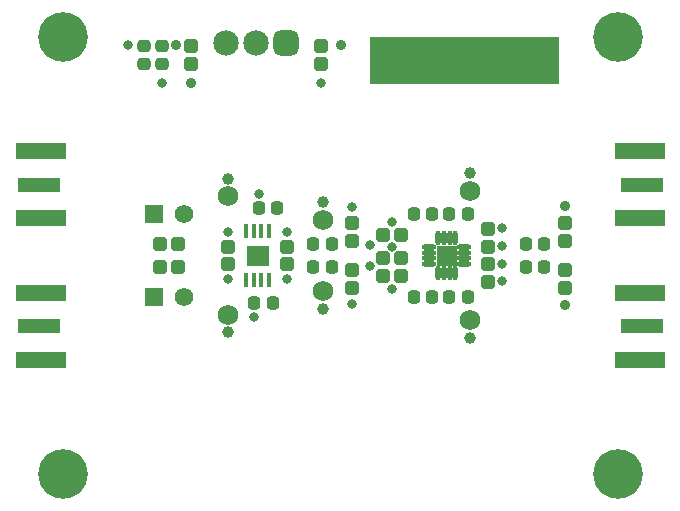
<source format=gbr>
%TF.GenerationSoftware,Altium Limited,Altium Designer,24.2.2 (26)*%
G04 Layer_Color=8388736*
%FSLAX45Y45*%
%MOMM*%
%TF.SameCoordinates,D2FE35CC-22CD-4169-9643-A2803306E4A1*%
%TF.FilePolarity,Negative*%
%TF.FileFunction,Soldermask,Top*%
%TF.Part,Single*%
G01*
G75*
%TA.AperFunction,ConnectorPad*%
%ADD10R,4.20000X1.35000*%
%ADD11R,3.60000X1.27000*%
%TA.AperFunction,SMDPad,CuDef*%
%ADD17R,0.41493X1.24042*%
G04:AMPARAMS|DCode=18|XSize=1.24042mm|YSize=0.41493mm|CornerRadius=0.20746mm|HoleSize=0mm|Usage=FLASHONLY|Rotation=270.000|XOffset=0mm|YOffset=0mm|HoleType=Round|Shape=RoundedRectangle|*
%AMROUNDEDRECTD18*
21,1,1.24042,0.00000,0,0,270.0*
21,1,0.82550,0.41493,0,0,270.0*
1,1,0.41492,0.00000,-0.41275*
1,1,0.41492,0.00000,0.41275*
1,1,0.41492,0.00000,0.41275*
1,1,0.41492,0.00000,-0.41275*
%
%ADD18ROUNDEDRECTD18*%
%ADD19R,1.88000X1.68000*%
%TA.AperFunction,ComponentPad*%
%ADD27R,1.57000X1.57000*%
%ADD28C,1.57000*%
%TA.AperFunction,SMDPad,CuDef*%
G04:AMPARAMS|DCode=39|XSize=1.2032mm|YSize=1.2532mm|CornerRadius=0.3516mm|HoleSize=0mm|Usage=FLASHONLY|Rotation=180.000|XOffset=0mm|YOffset=0mm|HoleType=Round|Shape=RoundedRectangle|*
%AMROUNDEDRECTD39*
21,1,1.20320,0.55000,0,0,180.0*
21,1,0.50000,1.25320,0,0,180.0*
1,1,0.70320,-0.25000,0.27500*
1,1,0.70320,0.25000,0.27500*
1,1,0.70320,0.25000,-0.27500*
1,1,0.70320,-0.25000,-0.27500*
%
%ADD39ROUNDEDRECTD39*%
G04:AMPARAMS|DCode=40|XSize=1.1032mm|YSize=1.0532mm|CornerRadius=0.3141mm|HoleSize=0mm|Usage=FLASHONLY|Rotation=90.000|XOffset=0mm|YOffset=0mm|HoleType=Round|Shape=RoundedRectangle|*
%AMROUNDEDRECTD40*
21,1,1.10320,0.42500,0,0,90.0*
21,1,0.47500,1.05320,0,0,90.0*
1,1,0.62820,0.21250,0.23750*
1,1,0.62820,0.21250,-0.23750*
1,1,0.62820,-0.21250,-0.23750*
1,1,0.62820,-0.21250,0.23750*
%
%ADD40ROUNDEDRECTD40*%
G04:AMPARAMS|DCode=41|XSize=1.1032mm|YSize=1.0532mm|CornerRadius=0.3141mm|HoleSize=0mm|Usage=FLASHONLY|Rotation=0.000|XOffset=0mm|YOffset=0mm|HoleType=Round|Shape=RoundedRectangle|*
%AMROUNDEDRECTD41*
21,1,1.10320,0.42500,0,0,0.0*
21,1,0.47500,1.05320,0,0,0.0*
1,1,0.62820,0.23750,-0.21250*
1,1,0.62820,-0.23750,-0.21250*
1,1,0.62820,-0.23750,0.21250*
1,1,0.62820,0.23750,0.21250*
%
%ADD41ROUNDEDRECTD41*%
G04:AMPARAMS|DCode=42|XSize=1.2032mm|YSize=1.2532mm|CornerRadius=0.3516mm|HoleSize=0mm|Usage=FLASHONLY|Rotation=90.000|XOffset=0mm|YOffset=0mm|HoleType=Round|Shape=RoundedRectangle|*
%AMROUNDEDRECTD42*
21,1,1.20320,0.55000,0,0,90.0*
21,1,0.50000,1.25320,0,0,90.0*
1,1,0.70320,0.27500,0.25000*
1,1,0.70320,0.27500,-0.25000*
1,1,0.70320,-0.27500,-0.25000*
1,1,0.70320,-0.27500,0.25000*
%
%ADD42ROUNDEDRECTD42*%
%ADD43C,1.72720*%
%ADD44O,0.45320X1.20320*%
%ADD45O,1.20320X0.45320*%
%ADD46R,1.65320X1.65320*%
%TA.AperFunction,ComponentPad*%
%ADD47C,2.15320*%
G04:AMPARAMS|DCode=48|XSize=2.1532mm|YSize=2.1532mm|CornerRadius=0.5891mm|HoleSize=0mm|Usage=FLASHONLY|Rotation=180.000|XOffset=0mm|YOffset=0mm|HoleType=Round|Shape=RoundedRectangle|*
%AMROUNDEDRECTD48*
21,1,2.15320,0.97500,0,0,180.0*
21,1,0.97500,2.15320,0,0,180.0*
1,1,1.17820,-0.48750,0.48750*
1,1,1.17820,0.48750,0.48750*
1,1,1.17820,0.48750,-0.48750*
1,1,1.17820,-0.48750,-0.48750*
%
%ADD48ROUNDEDRECTD48*%
%ADD49C,4.20320*%
%TA.AperFunction,ViaPad*%
%ADD50C,0.80320*%
%ADD51C,1.00320*%
%ADD52C,0.90320*%
%ADD53C,0.70320*%
G36*
X4600000Y3700000D02*
X3000000D01*
Y4100000D01*
X4600000D01*
Y3700000D01*
D02*
G37*
D10*
X216000Y1932500D02*
D03*
Y1367500D02*
D03*
X5284000D02*
D03*
Y1932500D02*
D03*
Y2567500D02*
D03*
Y3132500D02*
D03*
X216000D02*
D03*
Y2567500D02*
D03*
D11*
X196000Y1650000D02*
D03*
X5304000D02*
D03*
Y2850000D02*
D03*
X196000D02*
D03*
D17*
X2147500Y2455985D02*
D03*
D18*
X2082500D02*
D03*
X2017500D02*
D03*
X1952500D02*
D03*
Y2044015D02*
D03*
X2017500D02*
D03*
X2082500D02*
D03*
X2147500D02*
D03*
D19*
X2050000Y2250000D02*
D03*
D27*
X1173000Y1900000D02*
D03*
Y2600000D02*
D03*
D28*
X1427000Y1900000D02*
D03*
Y2600000D02*
D03*
D39*
X2590000Y3875000D02*
D03*
Y4025000D02*
D03*
X1490000Y4025000D02*
D03*
Y3875000D02*
D03*
X1800000Y2325000D02*
D03*
Y2175000D02*
D03*
X2300000Y2175000D02*
D03*
Y2325000D02*
D03*
X4650000Y1975000D02*
D03*
Y2125000D02*
D03*
Y2525000D02*
D03*
Y2375000D02*
D03*
X4000000Y2325000D02*
D03*
Y2475000D02*
D03*
X2850000Y2525000D02*
D03*
Y2375000D02*
D03*
Y1975000D02*
D03*
Y2125000D02*
D03*
X4000000Y2175000D02*
D03*
Y2025000D02*
D03*
D40*
X2217500Y2650000D02*
D03*
X2062500D02*
D03*
X2177500Y1850000D02*
D03*
X2022500D02*
D03*
X2677500Y2350000D02*
D03*
X2522500D02*
D03*
Y2150000D02*
D03*
X2677500D02*
D03*
X4322500Y2150000D02*
D03*
X4477500D02*
D03*
X4477500Y2350000D02*
D03*
X4322500D02*
D03*
X3827500Y1900000D02*
D03*
X3672500D02*
D03*
X3372500D02*
D03*
X3527500D02*
D03*
Y2600000D02*
D03*
X3372500D02*
D03*
X3827500D02*
D03*
X3672500D02*
D03*
D41*
X1090000Y3872500D02*
D03*
Y4027500D02*
D03*
X1240000D02*
D03*
Y3872500D02*
D03*
D42*
X1225000Y2350000D02*
D03*
X1375000D02*
D03*
X1225000Y2150000D02*
D03*
X1375000D02*
D03*
X3265000Y2080000D02*
D03*
X3115000D02*
D03*
X3265000Y2230000D02*
D03*
X3115000D02*
D03*
X3265000Y2420000D02*
D03*
X3115000D02*
D03*
D43*
X1800000Y1750000D02*
D03*
X2600000Y1950000D02*
D03*
Y2550000D02*
D03*
X1800000Y2750000D02*
D03*
X3850000Y2800000D02*
D03*
Y1700000D02*
D03*
D44*
X3575000Y2100000D02*
D03*
X3625000D02*
D03*
X3675000D02*
D03*
X3725000D02*
D03*
Y2400000D02*
D03*
X3675000D02*
D03*
X3625000D02*
D03*
X3575000D02*
D03*
D45*
X3800000Y2175000D02*
D03*
Y2225000D02*
D03*
Y2275000D02*
D03*
Y2325000D02*
D03*
X3500000Y2175000D02*
D03*
Y2225000D02*
D03*
Y2275000D02*
D03*
Y2325000D02*
D03*
D46*
X3650000Y2250000D02*
D03*
D47*
X1786000Y4050000D02*
D03*
X2040000D02*
D03*
D48*
X2294000D02*
D03*
D49*
X400000Y4100000D02*
D03*
X5100000D02*
D03*
Y400000D02*
D03*
X400000D02*
D03*
D50*
X2850000Y2660000D02*
D03*
X2020000Y1730000D02*
D03*
X950000Y4030000D02*
D03*
X1240000Y3710000D02*
D03*
X1800000Y2050000D02*
D03*
Y2450000D02*
D03*
X2060000Y2770000D02*
D03*
X2300000Y2050000D02*
D03*
Y2450000D02*
D03*
X2590000Y3710000D02*
D03*
X2850000Y1840000D02*
D03*
X3190000Y1970000D02*
D03*
X4120000Y2480000D02*
D03*
X3000000Y2160000D02*
D03*
Y2340000D02*
D03*
X3188286Y2323586D02*
D03*
X3190000Y2531900D02*
D03*
X4120000Y2330000D02*
D03*
Y2030000D02*
D03*
Y2180000D02*
D03*
D51*
X2600000Y1800000D02*
D03*
X1800000Y1600000D02*
D03*
X2600000Y2700000D02*
D03*
X1800000Y2900000D02*
D03*
X3850000Y1550000D02*
D03*
Y2950000D02*
D03*
D52*
X1360000Y4030000D02*
D03*
X1490000Y3710000D02*
D03*
X2760000Y4030000D02*
D03*
X4650000Y1830000D02*
D03*
Y2670000D02*
D03*
D53*
X3650000Y2250000D02*
D03*
%TF.MD5,6c6413627a4ca38f8babe29bbdf125d1*%
M02*

</source>
